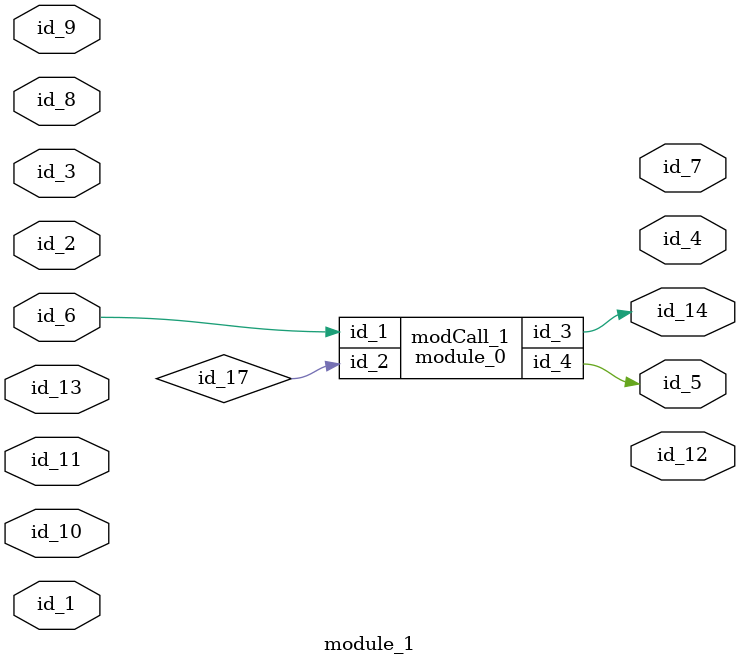
<source format=v>
module module_0 (
    id_1,
    id_2,
    id_3,
    id_4
);
  output wire id_4;
  output wire id_3;
  input wire id_2;
  input wire id_1;
  assign id_3 = 1;
endmodule
module module_1 (
    id_1,
    id_2,
    id_3,
    id_4,
    id_5,
    id_6,
    id_7,
    id_8,
    id_9,
    id_10,
    id_11,
    id_12,
    id_13,
    id_14
);
  output wire id_14;
  inout wire id_13;
  output wire id_12;
  inout wire id_11;
  input wire id_10;
  inout wire id_9;
  input wire id_8;
  output wire id_7;
  inout wire id_6;
  output wire id_5;
  output wire id_4;
  input wire id_3;
  inout wire id_2;
  inout wire id_1;
  wire id_15, id_16, id_17;
  module_0 modCall_1 (
      id_6,
      id_17,
      id_14,
      id_5
  );
endmodule

</source>
